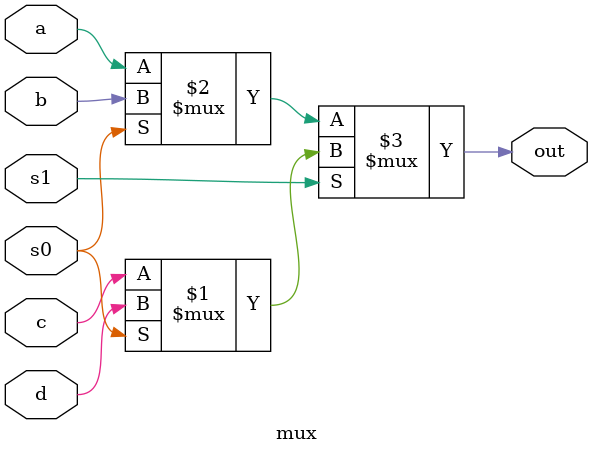
<source format=v>
module mux(input a,b,c,d,s0,s1, output out);
assign out = s1 ? (s0 ? d: c) : (s0 ? b: a);
endmodule

</source>
